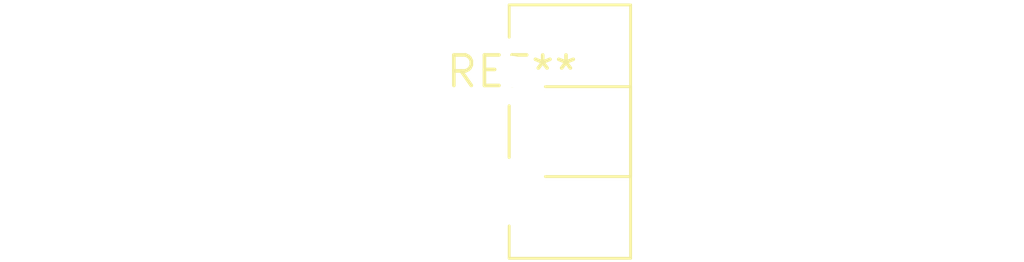
<source format=kicad_pcb>
(kicad_pcb (version 20240108) (generator pcbnew)
  (layers (0 "F.Cu" signal) (31 "B.Cu" signal) (34 "B.Paste" user) (35 "F.Paste" user) (36 "B.SilkS" user "B.Silkscreen") (37 "F.SilkS" user "F.Silkscreen") (38 "B.Mask" user) (39 "F.Mask" user) (44 "Edge.Cuts" user))
  (net 0 "")
  (footprint "Potentiometer_Piher_PT-10-H01_Horizontal" (layer "F.Cu") (at 0 0)
    (property "Reference" "REF**")
    (property "Value" "Potentiometer_Piher_PT-10-H01_Horizontal")
    (fp_line (start -0.121 -2.771) (end -0.121 -1.426) (layer "F.SilkS") (stroke (width 0.12)))
    (fp_line (start -0.121 -2.771) (end 4.92 -2.771) (layer "F.SilkS") (stroke (width 0.12)))
    (fp_line (start -0.121 1.426) (end -0.121 3.575) (layer "F.SilkS") (stroke (width 0.12)))
    (fp_line (start -0.121 1.426) (end -0.121 3.575) (layer "F.SilkS") (stroke (width 0.12)))
    (fp_line (start -0.121 6.425) (end -0.121 7.77) (layer "F.SilkS") (stroke (width 0.12)))
    (fp_line (start -0.121 7.77) (end 4.92 7.77) (layer "F.SilkS") (stroke (width 0.12)))
    (fp_line (start 1.381 0.63) (end 4.92 0.63) (layer "F.SilkS") (stroke (width 0.12)))
    (fp_line (start 1.381 4.37) (end 4.92 4.37) (layer "F.SilkS") (stroke (width 0.12)))
    (fp_line (start 4.92 -2.771) (end 4.92 7.77) (layer "F.SilkS") (stroke (width 0.12)))
    (fp_line (start 4.92 0.63) (end 4.92 4.37) (layer "F.SilkS") (stroke (width 0.12)))
    (pad "1" thru_hole circle (at 0 0) (size 2.34 2.34) (drill 1.3) (layers *.Cu *.Mask) (remove_unused_layers))
    (pad "2" thru_hole circle (at 2.5 2.5) (size 2.34 2.34) (drill 1.3) (layers *.Cu *.Mask) (remove_unused_layers))
    (pad "3" thru_hole circle (at 0 5) (size 2.34 2.34) (drill 1.3) (layers *.Cu *.Mask) (remove_unused_layers))
  )
)
</source>
